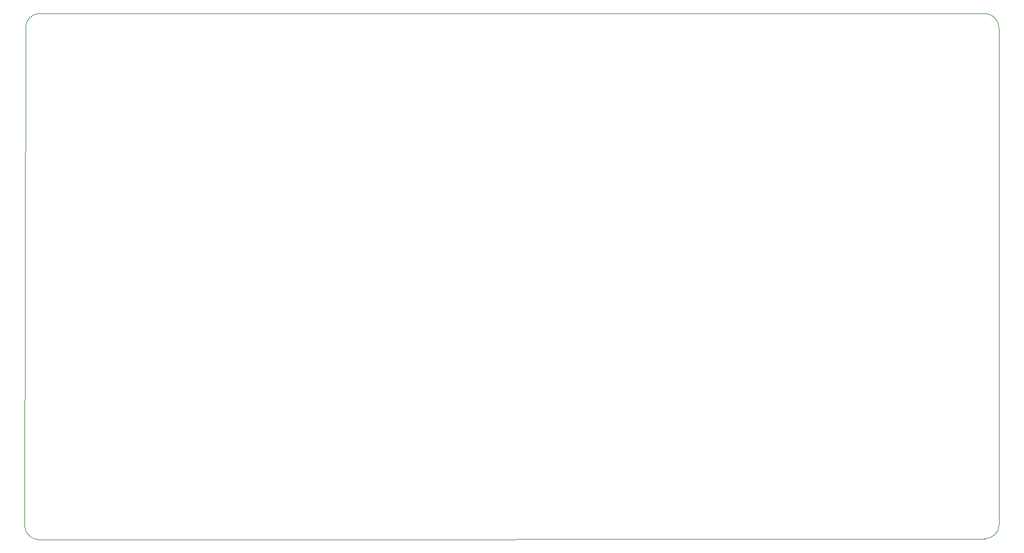
<source format=gbr>
%TF.GenerationSoftware,KiCad,Pcbnew,9.0.4*%
%TF.CreationDate,2026-01-15T21:37:35+03:30*%
%TF.ProjectId,Motor_Health_Monitoring_PCB,4d6f746f-725f-4486-9561-6c74685f4d6f,rev?*%
%TF.SameCoordinates,Original*%
%TF.FileFunction,Profile,NP*%
%FSLAX46Y46*%
G04 Gerber Fmt 4.6, Leading zero omitted, Abs format (unit mm)*
G04 Created by KiCad (PCBNEW 9.0.4) date 2026-01-15 21:37:35*
%MOMM*%
%LPD*%
G01*
G04 APERTURE LIST*
%TA.AperFunction,Profile*%
%ADD10C,0.050000*%
%TD*%
G04 APERTURE END LIST*
D10*
X72977500Y-58580000D02*
X204023187Y-58609899D01*
X206049928Y-129550000D02*
G75*
G02*
X204051687Y-131548228I-1998228J0D01*
G01*
X70820725Y-129674500D02*
X70967500Y-60590000D01*
X206003288Y-60590000D02*
X206051712Y-129550000D01*
X204023187Y-58609899D02*
G75*
G02*
X206003301Y-60590000I13J-1980101D01*
G01*
X72820750Y-131674525D02*
G75*
G02*
X70820775Y-129674500I50J2000025D01*
G01*
X70967500Y-60590000D02*
G75*
G02*
X72977500Y-58580000I2010000J0D01*
G01*
X204051687Y-131548241D02*
X72820750Y-131674525D01*
M02*

</source>
